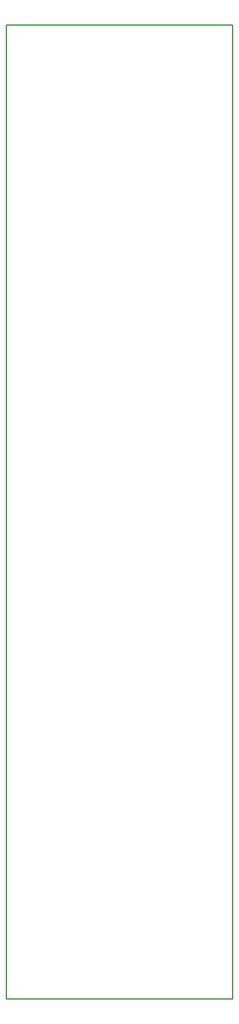
<source format=gbr>
G04 #@! TF.GenerationSoftware,KiCad,Pcbnew,(5.1.4)-1*
G04 #@! TF.CreationDate,2019-11-28T12:25:54-08:00*
G04 #@! TF.ProjectId,AttenuverterFaceplate,41747465-6e75-4766-9572-746572466163,rev?*
G04 #@! TF.SameCoordinates,Original*
G04 #@! TF.FileFunction,Profile,NP*
%FSLAX46Y46*%
G04 Gerber Fmt 4.6, Leading zero omitted, Abs format (unit mm)*
G04 Created by KiCad (PCBNEW (5.1.4)-1) date 2019-11-28 12:25:54*
%MOMM*%
%LPD*%
G04 APERTURE LIST*
%ADD10C,0.200000*%
G04 APERTURE END LIST*
D10*
X145001384Y-154250000D02*
X145001384Y-25750000D01*
X115001384Y-25750000D02*
X115001384Y-154250000D01*
X145001384Y-25750000D02*
X115001384Y-25750000D01*
X115001384Y-154250000D02*
X145001384Y-154250000D01*
M02*

</source>
